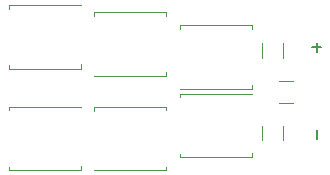
<source format=gbr>
%TF.GenerationSoftware,KiCad,Pcbnew,(5.1.6)-1*%
%TF.CreationDate,2020-12-28T02:25:49-08:00*%
%TF.ProjectId,SinESC-Multi,53696e45-5343-42d4-9d75-6c74692e6b69,2.3C*%
%TF.SameCoordinates,Original*%
%TF.FileFunction,Legend,Bot*%
%TF.FilePolarity,Positive*%
%FSLAX46Y46*%
G04 Gerber Fmt 4.6, Leading zero omitted, Abs format (unit mm)*
G04 Created by KiCad (PCBNEW (5.1.6)-1) date 2020-12-28 02:25:49*
%MOMM*%
%LPD*%
G01*
G04 APERTURE LIST*
%ADD10C,0.150000*%
%ADD11C,0.120000*%
G04 APERTURE END LIST*
D10*
X43871428Y-25769047D02*
X43871428Y-26530952D01*
X43878571Y-19180952D02*
X43878571Y-18419047D01*
X43497619Y-18800000D02*
X44259523Y-18800000D01*
D11*
%TO.C,R12*%
X39240000Y-25447936D02*
X39240000Y-26652064D01*
X41060000Y-25447936D02*
X41060000Y-26652064D01*
%TO.C,Q3*%
X38410000Y-16915000D02*
X32290000Y-16915000D01*
X38410000Y-22285000D02*
X32290000Y-22285000D01*
X32290000Y-17265000D02*
X32290000Y-16915000D01*
X38410000Y-17215000D02*
X38410000Y-16915000D01*
X38410000Y-21985000D02*
X38410000Y-22285000D01*
%TO.C,Q1*%
X31160000Y-15815000D02*
X25040000Y-15815000D01*
X31160000Y-21185000D02*
X25040000Y-21185000D01*
X25040000Y-16165000D02*
X25040000Y-15815000D01*
X31160000Y-16115000D02*
X31160000Y-15815000D01*
X31160000Y-20885000D02*
X31160000Y-21185000D01*
%TO.C,Q2*%
X17790000Y-20585000D02*
X23910000Y-20585000D01*
X17790000Y-15215000D02*
X23910000Y-15215000D01*
X23910000Y-20235000D02*
X23910000Y-20585000D01*
X17790000Y-20285000D02*
X17790000Y-20585000D01*
X17790000Y-15515000D02*
X17790000Y-15215000D01*
%TO.C,Q4*%
X32290000Y-28085000D02*
X38410000Y-28085000D01*
X32290000Y-22715000D02*
X38410000Y-22715000D01*
X38410000Y-27735000D02*
X38410000Y-28085000D01*
X32290000Y-27785000D02*
X32290000Y-28085000D01*
X32290000Y-23015000D02*
X32290000Y-22715000D01*
%TO.C,Q5*%
X31160000Y-23815000D02*
X25040000Y-23815000D01*
X31160000Y-29185000D02*
X25040000Y-29185000D01*
X25040000Y-24165000D02*
X25040000Y-23815000D01*
X31160000Y-24115000D02*
X31160000Y-23815000D01*
X31160000Y-28885000D02*
X31160000Y-29185000D01*
%TO.C,Q6*%
X17790000Y-29185000D02*
X23910000Y-29185000D01*
X17790000Y-23815000D02*
X23910000Y-23815000D01*
X23910000Y-28835000D02*
X23910000Y-29185000D01*
X17790000Y-28885000D02*
X17790000Y-29185000D01*
X17790000Y-24115000D02*
X17790000Y-23815000D01*
%TO.C,R3*%
X41060000Y-19652064D02*
X41060000Y-18447936D01*
X39240000Y-19652064D02*
X39240000Y-18447936D01*
%TO.C,R7*%
X41902064Y-21640000D02*
X40697936Y-21640000D01*
X41902064Y-23460000D02*
X40697936Y-23460000D01*
%TD*%
M02*

</source>
